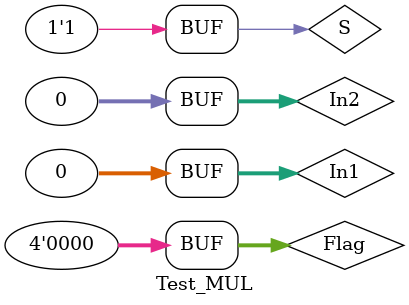
<source format=v>
module Test_MUL;	//[N, Z, C, V}]
reg signed [31:0] In1;
reg signed [31:0] In2;
reg S;
reg [3:0] Flag;
wire signed [31:0] Result;
wire [3:0] New_Flag;

initial
begin

In1=2; In2=3; Flag=4'b0000; 
#10 In1=1; In2=-3; S=1; 
#10 In1=-6; In2=-2; S=0;
#10 In1=32'b11111111111111111111111111111111; In2=9; S=1;
#10 In1=10; In2=10; S=1;
#10 In1=0; In2=0; S=1;
end
initial
begin
$monitor($time, " In1.=%d, In2.=%d, Result=%d, Flag=%b", In1, In2, Result, New_Flag);
end
MUL mul(In1, In2, Result,Flag,S,New_Flag);

endmodule

//ADD add(In1, In2, Result,Flag,S,New_Flag);
</source>
